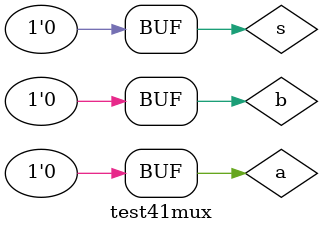
<source format=v>
`timescale 1ns / 1ps


module test41mux;

	// Inputs
	reg a;
	reg b;
	reg s;

	// Outputs
	wire out;

	// Instantiate the Unit Under Test (UUT)
	mux21 uut (
		.out(out), 
		.a(a), 
		.b(b), 
		.s(s)
	);

	initial begin
		// Initialize Inputs
		a = 0;
		b = 0;
		s = 0;

		// Wait 100 ns for global reset to finish
		#100;
        
		// Add stimulus here

	end
      
endmodule


</source>
